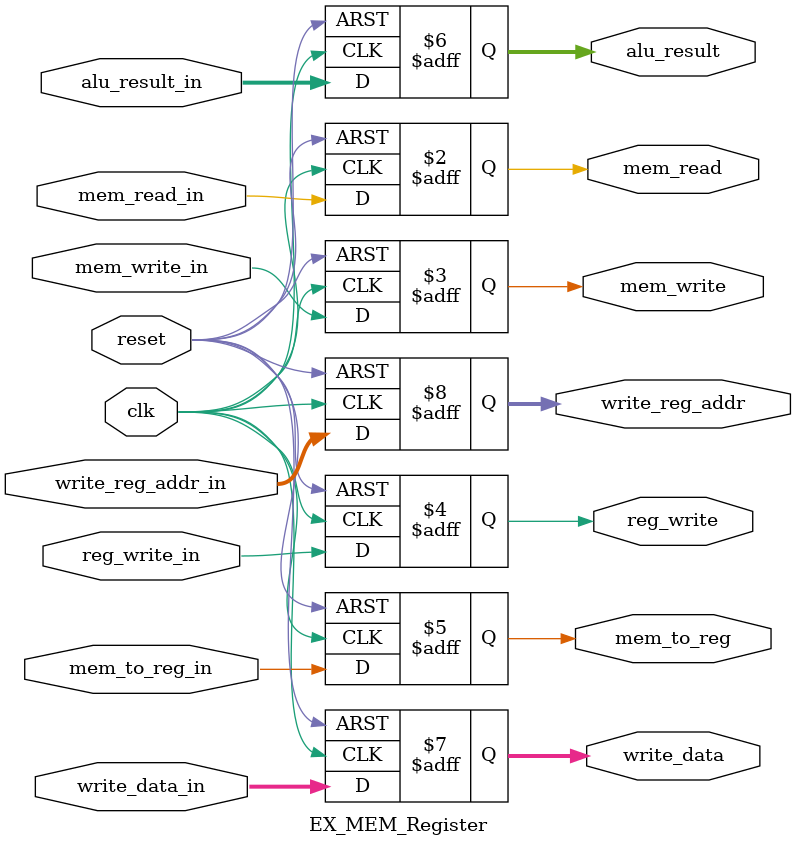
<source format=v>
module EX_MEM_Register (
    input wire clk,
    input wire reset,
    // ========================================================
    // INPUTS (Đến từ EX)
    // ========================================================

    // --- 1. Control Signals: M Stage ---
    input wire       mem_read_in,
    input wire       mem_write_in,

    // --- 2. Control Signals: WB Stage ---
    input wire       reg_write_in,
    input wire       mem_to_reg_in,

    // --- 3. Data Values ---
    input wire [31:0] alu_result_in,      
    input wire [31:0] write_data_in,      

    // --- 4. Register Addresses ---
    input wire [4:0]  write_reg_addr_in,

    // ========================================================
    // OUTPUTS (Đẩy sang MEM)
    // ========================================================

    output reg       mem_read,
    output reg       mem_write,
    
    output reg       reg_write,
    output reg       mem_to_reg,

    output reg [31:0] alu_result,
    output reg [31:0] write_data,
    
    output reg [4:0]  write_reg_addr
);

    always @(posedge clk or posedge reset) begin
        if (reset) begin
            mem_read       <= 0;
            mem_write      <= 0;
            reg_write      <= 0;
            mem_to_reg     <= 0;
            alu_result     <= 32'b0;
            write_data     <= 32'b0;
            write_reg_addr <= 5'b0;
        end else begin
            mem_read       <= mem_read_in;
            mem_write      <= mem_write_in;
            reg_write      <= reg_write_in;
            mem_to_reg     <= mem_to_reg_in;
            alu_result     <= alu_result_in;
            write_data     <= write_data_in;
            write_reg_addr <= write_reg_addr_in;
        end
    end

endmodule
</source>
